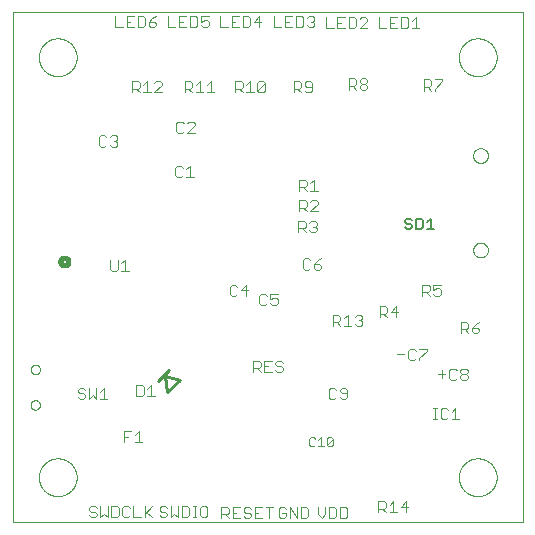
<source format=gto>
G75*
%MOIN*%
%OFA0B0*%
%FSLAX25Y25*%
%IPPOS*%
%LPD*%
%AMOC8*
5,1,8,0,0,1.08239X$1,22.5*
%
%ADD10C,0.00000*%
%ADD11C,0.00300*%
%ADD12C,0.01600*%
%ADD13C,0.01000*%
%ADD14C,0.00400*%
%ADD15C,0.00700*%
D10*
X0015500Y0006435D02*
X0015500Y0176435D01*
X0185500Y0176435D01*
X0185500Y0006435D01*
X0015500Y0006435D01*
X0024201Y0021435D02*
X0024203Y0021593D01*
X0024209Y0021751D01*
X0024219Y0021909D01*
X0024233Y0022067D01*
X0024251Y0022224D01*
X0024272Y0022381D01*
X0024298Y0022537D01*
X0024328Y0022693D01*
X0024361Y0022848D01*
X0024399Y0023001D01*
X0024440Y0023154D01*
X0024485Y0023306D01*
X0024534Y0023457D01*
X0024587Y0023606D01*
X0024643Y0023754D01*
X0024703Y0023900D01*
X0024767Y0024045D01*
X0024835Y0024188D01*
X0024906Y0024330D01*
X0024980Y0024470D01*
X0025058Y0024607D01*
X0025140Y0024743D01*
X0025224Y0024877D01*
X0025313Y0025008D01*
X0025404Y0025137D01*
X0025499Y0025264D01*
X0025596Y0025389D01*
X0025697Y0025511D01*
X0025801Y0025630D01*
X0025908Y0025747D01*
X0026018Y0025861D01*
X0026131Y0025972D01*
X0026246Y0026081D01*
X0026364Y0026186D01*
X0026485Y0026288D01*
X0026608Y0026388D01*
X0026734Y0026484D01*
X0026862Y0026577D01*
X0026992Y0026667D01*
X0027125Y0026753D01*
X0027260Y0026837D01*
X0027396Y0026916D01*
X0027535Y0026993D01*
X0027676Y0027065D01*
X0027818Y0027135D01*
X0027962Y0027200D01*
X0028108Y0027262D01*
X0028255Y0027320D01*
X0028404Y0027375D01*
X0028554Y0027426D01*
X0028705Y0027473D01*
X0028857Y0027516D01*
X0029010Y0027555D01*
X0029165Y0027591D01*
X0029320Y0027622D01*
X0029476Y0027650D01*
X0029632Y0027674D01*
X0029789Y0027694D01*
X0029947Y0027710D01*
X0030104Y0027722D01*
X0030263Y0027730D01*
X0030421Y0027734D01*
X0030579Y0027734D01*
X0030737Y0027730D01*
X0030896Y0027722D01*
X0031053Y0027710D01*
X0031211Y0027694D01*
X0031368Y0027674D01*
X0031524Y0027650D01*
X0031680Y0027622D01*
X0031835Y0027591D01*
X0031990Y0027555D01*
X0032143Y0027516D01*
X0032295Y0027473D01*
X0032446Y0027426D01*
X0032596Y0027375D01*
X0032745Y0027320D01*
X0032892Y0027262D01*
X0033038Y0027200D01*
X0033182Y0027135D01*
X0033324Y0027065D01*
X0033465Y0026993D01*
X0033604Y0026916D01*
X0033740Y0026837D01*
X0033875Y0026753D01*
X0034008Y0026667D01*
X0034138Y0026577D01*
X0034266Y0026484D01*
X0034392Y0026388D01*
X0034515Y0026288D01*
X0034636Y0026186D01*
X0034754Y0026081D01*
X0034869Y0025972D01*
X0034982Y0025861D01*
X0035092Y0025747D01*
X0035199Y0025630D01*
X0035303Y0025511D01*
X0035404Y0025389D01*
X0035501Y0025264D01*
X0035596Y0025137D01*
X0035687Y0025008D01*
X0035776Y0024877D01*
X0035860Y0024743D01*
X0035942Y0024607D01*
X0036020Y0024470D01*
X0036094Y0024330D01*
X0036165Y0024188D01*
X0036233Y0024045D01*
X0036297Y0023900D01*
X0036357Y0023754D01*
X0036413Y0023606D01*
X0036466Y0023457D01*
X0036515Y0023306D01*
X0036560Y0023154D01*
X0036601Y0023001D01*
X0036639Y0022848D01*
X0036672Y0022693D01*
X0036702Y0022537D01*
X0036728Y0022381D01*
X0036749Y0022224D01*
X0036767Y0022067D01*
X0036781Y0021909D01*
X0036791Y0021751D01*
X0036797Y0021593D01*
X0036799Y0021435D01*
X0036797Y0021277D01*
X0036791Y0021119D01*
X0036781Y0020961D01*
X0036767Y0020803D01*
X0036749Y0020646D01*
X0036728Y0020489D01*
X0036702Y0020333D01*
X0036672Y0020177D01*
X0036639Y0020022D01*
X0036601Y0019869D01*
X0036560Y0019716D01*
X0036515Y0019564D01*
X0036466Y0019413D01*
X0036413Y0019264D01*
X0036357Y0019116D01*
X0036297Y0018970D01*
X0036233Y0018825D01*
X0036165Y0018682D01*
X0036094Y0018540D01*
X0036020Y0018400D01*
X0035942Y0018263D01*
X0035860Y0018127D01*
X0035776Y0017993D01*
X0035687Y0017862D01*
X0035596Y0017733D01*
X0035501Y0017606D01*
X0035404Y0017481D01*
X0035303Y0017359D01*
X0035199Y0017240D01*
X0035092Y0017123D01*
X0034982Y0017009D01*
X0034869Y0016898D01*
X0034754Y0016789D01*
X0034636Y0016684D01*
X0034515Y0016582D01*
X0034392Y0016482D01*
X0034266Y0016386D01*
X0034138Y0016293D01*
X0034008Y0016203D01*
X0033875Y0016117D01*
X0033740Y0016033D01*
X0033604Y0015954D01*
X0033465Y0015877D01*
X0033324Y0015805D01*
X0033182Y0015735D01*
X0033038Y0015670D01*
X0032892Y0015608D01*
X0032745Y0015550D01*
X0032596Y0015495D01*
X0032446Y0015444D01*
X0032295Y0015397D01*
X0032143Y0015354D01*
X0031990Y0015315D01*
X0031835Y0015279D01*
X0031680Y0015248D01*
X0031524Y0015220D01*
X0031368Y0015196D01*
X0031211Y0015176D01*
X0031053Y0015160D01*
X0030896Y0015148D01*
X0030737Y0015140D01*
X0030579Y0015136D01*
X0030421Y0015136D01*
X0030263Y0015140D01*
X0030104Y0015148D01*
X0029947Y0015160D01*
X0029789Y0015176D01*
X0029632Y0015196D01*
X0029476Y0015220D01*
X0029320Y0015248D01*
X0029165Y0015279D01*
X0029010Y0015315D01*
X0028857Y0015354D01*
X0028705Y0015397D01*
X0028554Y0015444D01*
X0028404Y0015495D01*
X0028255Y0015550D01*
X0028108Y0015608D01*
X0027962Y0015670D01*
X0027818Y0015735D01*
X0027676Y0015805D01*
X0027535Y0015877D01*
X0027396Y0015954D01*
X0027260Y0016033D01*
X0027125Y0016117D01*
X0026992Y0016203D01*
X0026862Y0016293D01*
X0026734Y0016386D01*
X0026608Y0016482D01*
X0026485Y0016582D01*
X0026364Y0016684D01*
X0026246Y0016789D01*
X0026131Y0016898D01*
X0026018Y0017009D01*
X0025908Y0017123D01*
X0025801Y0017240D01*
X0025697Y0017359D01*
X0025596Y0017481D01*
X0025499Y0017606D01*
X0025404Y0017733D01*
X0025313Y0017862D01*
X0025224Y0017993D01*
X0025140Y0018127D01*
X0025058Y0018263D01*
X0024980Y0018400D01*
X0024906Y0018540D01*
X0024835Y0018682D01*
X0024767Y0018825D01*
X0024703Y0018970D01*
X0024643Y0019116D01*
X0024587Y0019264D01*
X0024534Y0019413D01*
X0024485Y0019564D01*
X0024440Y0019716D01*
X0024399Y0019869D01*
X0024361Y0020022D01*
X0024328Y0020177D01*
X0024298Y0020333D01*
X0024272Y0020489D01*
X0024251Y0020646D01*
X0024233Y0020803D01*
X0024219Y0020961D01*
X0024209Y0021119D01*
X0024203Y0021277D01*
X0024201Y0021435D01*
X0024203Y0021593D01*
X0024209Y0021751D01*
X0024219Y0021909D01*
X0024233Y0022067D01*
X0024251Y0022224D01*
X0024272Y0022381D01*
X0024298Y0022537D01*
X0024328Y0022693D01*
X0024361Y0022848D01*
X0024399Y0023001D01*
X0024440Y0023154D01*
X0024485Y0023306D01*
X0024534Y0023457D01*
X0024587Y0023606D01*
X0024643Y0023754D01*
X0024703Y0023900D01*
X0024767Y0024045D01*
X0024835Y0024188D01*
X0024906Y0024330D01*
X0024980Y0024470D01*
X0025058Y0024607D01*
X0025140Y0024743D01*
X0025224Y0024877D01*
X0025313Y0025008D01*
X0025404Y0025137D01*
X0025499Y0025264D01*
X0025596Y0025389D01*
X0025697Y0025511D01*
X0025801Y0025630D01*
X0025908Y0025747D01*
X0026018Y0025861D01*
X0026131Y0025972D01*
X0026246Y0026081D01*
X0026364Y0026186D01*
X0026485Y0026288D01*
X0026608Y0026388D01*
X0026734Y0026484D01*
X0026862Y0026577D01*
X0026992Y0026667D01*
X0027125Y0026753D01*
X0027260Y0026837D01*
X0027396Y0026916D01*
X0027535Y0026993D01*
X0027676Y0027065D01*
X0027818Y0027135D01*
X0027962Y0027200D01*
X0028108Y0027262D01*
X0028255Y0027320D01*
X0028404Y0027375D01*
X0028554Y0027426D01*
X0028705Y0027473D01*
X0028857Y0027516D01*
X0029010Y0027555D01*
X0029165Y0027591D01*
X0029320Y0027622D01*
X0029476Y0027650D01*
X0029632Y0027674D01*
X0029789Y0027694D01*
X0029947Y0027710D01*
X0030104Y0027722D01*
X0030263Y0027730D01*
X0030421Y0027734D01*
X0030579Y0027734D01*
X0030737Y0027730D01*
X0030896Y0027722D01*
X0031053Y0027710D01*
X0031211Y0027694D01*
X0031368Y0027674D01*
X0031524Y0027650D01*
X0031680Y0027622D01*
X0031835Y0027591D01*
X0031990Y0027555D01*
X0032143Y0027516D01*
X0032295Y0027473D01*
X0032446Y0027426D01*
X0032596Y0027375D01*
X0032745Y0027320D01*
X0032892Y0027262D01*
X0033038Y0027200D01*
X0033182Y0027135D01*
X0033324Y0027065D01*
X0033465Y0026993D01*
X0033604Y0026916D01*
X0033740Y0026837D01*
X0033875Y0026753D01*
X0034008Y0026667D01*
X0034138Y0026577D01*
X0034266Y0026484D01*
X0034392Y0026388D01*
X0034515Y0026288D01*
X0034636Y0026186D01*
X0034754Y0026081D01*
X0034869Y0025972D01*
X0034982Y0025861D01*
X0035092Y0025747D01*
X0035199Y0025630D01*
X0035303Y0025511D01*
X0035404Y0025389D01*
X0035501Y0025264D01*
X0035596Y0025137D01*
X0035687Y0025008D01*
X0035776Y0024877D01*
X0035860Y0024743D01*
X0035942Y0024607D01*
X0036020Y0024470D01*
X0036094Y0024330D01*
X0036165Y0024188D01*
X0036233Y0024045D01*
X0036297Y0023900D01*
X0036357Y0023754D01*
X0036413Y0023606D01*
X0036466Y0023457D01*
X0036515Y0023306D01*
X0036560Y0023154D01*
X0036601Y0023001D01*
X0036639Y0022848D01*
X0036672Y0022693D01*
X0036702Y0022537D01*
X0036728Y0022381D01*
X0036749Y0022224D01*
X0036767Y0022067D01*
X0036781Y0021909D01*
X0036791Y0021751D01*
X0036797Y0021593D01*
X0036799Y0021435D01*
X0036797Y0021277D01*
X0036791Y0021119D01*
X0036781Y0020961D01*
X0036767Y0020803D01*
X0036749Y0020646D01*
X0036728Y0020489D01*
X0036702Y0020333D01*
X0036672Y0020177D01*
X0036639Y0020022D01*
X0036601Y0019869D01*
X0036560Y0019716D01*
X0036515Y0019564D01*
X0036466Y0019413D01*
X0036413Y0019264D01*
X0036357Y0019116D01*
X0036297Y0018970D01*
X0036233Y0018825D01*
X0036165Y0018682D01*
X0036094Y0018540D01*
X0036020Y0018400D01*
X0035942Y0018263D01*
X0035860Y0018127D01*
X0035776Y0017993D01*
X0035687Y0017862D01*
X0035596Y0017733D01*
X0035501Y0017606D01*
X0035404Y0017481D01*
X0035303Y0017359D01*
X0035199Y0017240D01*
X0035092Y0017123D01*
X0034982Y0017009D01*
X0034869Y0016898D01*
X0034754Y0016789D01*
X0034636Y0016684D01*
X0034515Y0016582D01*
X0034392Y0016482D01*
X0034266Y0016386D01*
X0034138Y0016293D01*
X0034008Y0016203D01*
X0033875Y0016117D01*
X0033740Y0016033D01*
X0033604Y0015954D01*
X0033465Y0015877D01*
X0033324Y0015805D01*
X0033182Y0015735D01*
X0033038Y0015670D01*
X0032892Y0015608D01*
X0032745Y0015550D01*
X0032596Y0015495D01*
X0032446Y0015444D01*
X0032295Y0015397D01*
X0032143Y0015354D01*
X0031990Y0015315D01*
X0031835Y0015279D01*
X0031680Y0015248D01*
X0031524Y0015220D01*
X0031368Y0015196D01*
X0031211Y0015176D01*
X0031053Y0015160D01*
X0030896Y0015148D01*
X0030737Y0015140D01*
X0030579Y0015136D01*
X0030421Y0015136D01*
X0030263Y0015140D01*
X0030104Y0015148D01*
X0029947Y0015160D01*
X0029789Y0015176D01*
X0029632Y0015196D01*
X0029476Y0015220D01*
X0029320Y0015248D01*
X0029165Y0015279D01*
X0029010Y0015315D01*
X0028857Y0015354D01*
X0028705Y0015397D01*
X0028554Y0015444D01*
X0028404Y0015495D01*
X0028255Y0015550D01*
X0028108Y0015608D01*
X0027962Y0015670D01*
X0027818Y0015735D01*
X0027676Y0015805D01*
X0027535Y0015877D01*
X0027396Y0015954D01*
X0027260Y0016033D01*
X0027125Y0016117D01*
X0026992Y0016203D01*
X0026862Y0016293D01*
X0026734Y0016386D01*
X0026608Y0016482D01*
X0026485Y0016582D01*
X0026364Y0016684D01*
X0026246Y0016789D01*
X0026131Y0016898D01*
X0026018Y0017009D01*
X0025908Y0017123D01*
X0025801Y0017240D01*
X0025697Y0017359D01*
X0025596Y0017481D01*
X0025499Y0017606D01*
X0025404Y0017733D01*
X0025313Y0017862D01*
X0025224Y0017993D01*
X0025140Y0018127D01*
X0025058Y0018263D01*
X0024980Y0018400D01*
X0024906Y0018540D01*
X0024835Y0018682D01*
X0024767Y0018825D01*
X0024703Y0018970D01*
X0024643Y0019116D01*
X0024587Y0019264D01*
X0024534Y0019413D01*
X0024485Y0019564D01*
X0024440Y0019716D01*
X0024399Y0019869D01*
X0024361Y0020022D01*
X0024328Y0020177D01*
X0024298Y0020333D01*
X0024272Y0020489D01*
X0024251Y0020646D01*
X0024233Y0020803D01*
X0024219Y0020961D01*
X0024209Y0021119D01*
X0024203Y0021277D01*
X0024201Y0021435D01*
X0021425Y0045529D02*
X0021427Y0045608D01*
X0021433Y0045687D01*
X0021443Y0045766D01*
X0021457Y0045844D01*
X0021474Y0045921D01*
X0021496Y0045997D01*
X0021521Y0046072D01*
X0021551Y0046145D01*
X0021583Y0046217D01*
X0021620Y0046288D01*
X0021660Y0046356D01*
X0021703Y0046422D01*
X0021749Y0046486D01*
X0021799Y0046548D01*
X0021852Y0046607D01*
X0021907Y0046663D01*
X0021966Y0046717D01*
X0022027Y0046767D01*
X0022090Y0046815D01*
X0022156Y0046859D01*
X0022224Y0046900D01*
X0022294Y0046937D01*
X0022365Y0046971D01*
X0022439Y0047001D01*
X0022513Y0047027D01*
X0022589Y0047049D01*
X0022666Y0047068D01*
X0022744Y0047083D01*
X0022822Y0047094D01*
X0022901Y0047101D01*
X0022980Y0047104D01*
X0023059Y0047103D01*
X0023138Y0047098D01*
X0023217Y0047089D01*
X0023295Y0047076D01*
X0023372Y0047059D01*
X0023449Y0047039D01*
X0023524Y0047014D01*
X0023598Y0046986D01*
X0023671Y0046954D01*
X0023741Y0046919D01*
X0023810Y0046880D01*
X0023877Y0046837D01*
X0023942Y0046791D01*
X0024004Y0046743D01*
X0024064Y0046691D01*
X0024121Y0046636D01*
X0024175Y0046578D01*
X0024226Y0046518D01*
X0024274Y0046455D01*
X0024319Y0046390D01*
X0024361Y0046322D01*
X0024399Y0046253D01*
X0024433Y0046182D01*
X0024464Y0046109D01*
X0024492Y0046034D01*
X0024515Y0045959D01*
X0024535Y0045882D01*
X0024551Y0045805D01*
X0024563Y0045726D01*
X0024571Y0045648D01*
X0024575Y0045569D01*
X0024575Y0045489D01*
X0024571Y0045410D01*
X0024563Y0045332D01*
X0024551Y0045253D01*
X0024535Y0045176D01*
X0024515Y0045099D01*
X0024492Y0045024D01*
X0024464Y0044949D01*
X0024433Y0044876D01*
X0024399Y0044805D01*
X0024361Y0044736D01*
X0024319Y0044668D01*
X0024274Y0044603D01*
X0024226Y0044540D01*
X0024175Y0044480D01*
X0024121Y0044422D01*
X0024064Y0044367D01*
X0024004Y0044315D01*
X0023942Y0044267D01*
X0023877Y0044221D01*
X0023810Y0044178D01*
X0023741Y0044139D01*
X0023671Y0044104D01*
X0023598Y0044072D01*
X0023524Y0044044D01*
X0023449Y0044019D01*
X0023372Y0043999D01*
X0023295Y0043982D01*
X0023217Y0043969D01*
X0023138Y0043960D01*
X0023059Y0043955D01*
X0022980Y0043954D01*
X0022901Y0043957D01*
X0022822Y0043964D01*
X0022744Y0043975D01*
X0022666Y0043990D01*
X0022589Y0044009D01*
X0022513Y0044031D01*
X0022439Y0044057D01*
X0022365Y0044087D01*
X0022294Y0044121D01*
X0022224Y0044158D01*
X0022156Y0044199D01*
X0022090Y0044243D01*
X0022027Y0044291D01*
X0021966Y0044341D01*
X0021907Y0044395D01*
X0021852Y0044451D01*
X0021799Y0044510D01*
X0021749Y0044572D01*
X0021703Y0044636D01*
X0021660Y0044702D01*
X0021620Y0044770D01*
X0021583Y0044841D01*
X0021551Y0044913D01*
X0021521Y0044986D01*
X0021496Y0045061D01*
X0021474Y0045137D01*
X0021457Y0045214D01*
X0021443Y0045292D01*
X0021433Y0045371D01*
X0021427Y0045450D01*
X0021425Y0045529D01*
X0021425Y0057340D02*
X0021427Y0057419D01*
X0021433Y0057498D01*
X0021443Y0057577D01*
X0021457Y0057655D01*
X0021474Y0057732D01*
X0021496Y0057808D01*
X0021521Y0057883D01*
X0021551Y0057956D01*
X0021583Y0058028D01*
X0021620Y0058099D01*
X0021660Y0058167D01*
X0021703Y0058233D01*
X0021749Y0058297D01*
X0021799Y0058359D01*
X0021852Y0058418D01*
X0021907Y0058474D01*
X0021966Y0058528D01*
X0022027Y0058578D01*
X0022090Y0058626D01*
X0022156Y0058670D01*
X0022224Y0058711D01*
X0022294Y0058748D01*
X0022365Y0058782D01*
X0022439Y0058812D01*
X0022513Y0058838D01*
X0022589Y0058860D01*
X0022666Y0058879D01*
X0022744Y0058894D01*
X0022822Y0058905D01*
X0022901Y0058912D01*
X0022980Y0058915D01*
X0023059Y0058914D01*
X0023138Y0058909D01*
X0023217Y0058900D01*
X0023295Y0058887D01*
X0023372Y0058870D01*
X0023449Y0058850D01*
X0023524Y0058825D01*
X0023598Y0058797D01*
X0023671Y0058765D01*
X0023741Y0058730D01*
X0023810Y0058691D01*
X0023877Y0058648D01*
X0023942Y0058602D01*
X0024004Y0058554D01*
X0024064Y0058502D01*
X0024121Y0058447D01*
X0024175Y0058389D01*
X0024226Y0058329D01*
X0024274Y0058266D01*
X0024319Y0058201D01*
X0024361Y0058133D01*
X0024399Y0058064D01*
X0024433Y0057993D01*
X0024464Y0057920D01*
X0024492Y0057845D01*
X0024515Y0057770D01*
X0024535Y0057693D01*
X0024551Y0057616D01*
X0024563Y0057537D01*
X0024571Y0057459D01*
X0024575Y0057380D01*
X0024575Y0057300D01*
X0024571Y0057221D01*
X0024563Y0057143D01*
X0024551Y0057064D01*
X0024535Y0056987D01*
X0024515Y0056910D01*
X0024492Y0056835D01*
X0024464Y0056760D01*
X0024433Y0056687D01*
X0024399Y0056616D01*
X0024361Y0056547D01*
X0024319Y0056479D01*
X0024274Y0056414D01*
X0024226Y0056351D01*
X0024175Y0056291D01*
X0024121Y0056233D01*
X0024064Y0056178D01*
X0024004Y0056126D01*
X0023942Y0056078D01*
X0023877Y0056032D01*
X0023810Y0055989D01*
X0023741Y0055950D01*
X0023671Y0055915D01*
X0023598Y0055883D01*
X0023524Y0055855D01*
X0023449Y0055830D01*
X0023372Y0055810D01*
X0023295Y0055793D01*
X0023217Y0055780D01*
X0023138Y0055771D01*
X0023059Y0055766D01*
X0022980Y0055765D01*
X0022901Y0055768D01*
X0022822Y0055775D01*
X0022744Y0055786D01*
X0022666Y0055801D01*
X0022589Y0055820D01*
X0022513Y0055842D01*
X0022439Y0055868D01*
X0022365Y0055898D01*
X0022294Y0055932D01*
X0022224Y0055969D01*
X0022156Y0056010D01*
X0022090Y0056054D01*
X0022027Y0056102D01*
X0021966Y0056152D01*
X0021907Y0056206D01*
X0021852Y0056262D01*
X0021799Y0056321D01*
X0021749Y0056383D01*
X0021703Y0056447D01*
X0021660Y0056513D01*
X0021620Y0056581D01*
X0021583Y0056652D01*
X0021551Y0056724D01*
X0021521Y0056797D01*
X0021496Y0056872D01*
X0021474Y0056948D01*
X0021457Y0057025D01*
X0021443Y0057103D01*
X0021433Y0057182D01*
X0021427Y0057261D01*
X0021425Y0057340D01*
X0024201Y0161435D02*
X0024203Y0161593D01*
X0024209Y0161751D01*
X0024219Y0161909D01*
X0024233Y0162067D01*
X0024251Y0162224D01*
X0024272Y0162381D01*
X0024298Y0162537D01*
X0024328Y0162693D01*
X0024361Y0162848D01*
X0024399Y0163001D01*
X0024440Y0163154D01*
X0024485Y0163306D01*
X0024534Y0163457D01*
X0024587Y0163606D01*
X0024643Y0163754D01*
X0024703Y0163900D01*
X0024767Y0164045D01*
X0024835Y0164188D01*
X0024906Y0164330D01*
X0024980Y0164470D01*
X0025058Y0164607D01*
X0025140Y0164743D01*
X0025224Y0164877D01*
X0025313Y0165008D01*
X0025404Y0165137D01*
X0025499Y0165264D01*
X0025596Y0165389D01*
X0025697Y0165511D01*
X0025801Y0165630D01*
X0025908Y0165747D01*
X0026018Y0165861D01*
X0026131Y0165972D01*
X0026246Y0166081D01*
X0026364Y0166186D01*
X0026485Y0166288D01*
X0026608Y0166388D01*
X0026734Y0166484D01*
X0026862Y0166577D01*
X0026992Y0166667D01*
X0027125Y0166753D01*
X0027260Y0166837D01*
X0027396Y0166916D01*
X0027535Y0166993D01*
X0027676Y0167065D01*
X0027818Y0167135D01*
X0027962Y0167200D01*
X0028108Y0167262D01*
X0028255Y0167320D01*
X0028404Y0167375D01*
X0028554Y0167426D01*
X0028705Y0167473D01*
X0028857Y0167516D01*
X0029010Y0167555D01*
X0029165Y0167591D01*
X0029320Y0167622D01*
X0029476Y0167650D01*
X0029632Y0167674D01*
X0029789Y0167694D01*
X0029947Y0167710D01*
X0030104Y0167722D01*
X0030263Y0167730D01*
X0030421Y0167734D01*
X0030579Y0167734D01*
X0030737Y0167730D01*
X0030896Y0167722D01*
X0031053Y0167710D01*
X0031211Y0167694D01*
X0031368Y0167674D01*
X0031524Y0167650D01*
X0031680Y0167622D01*
X0031835Y0167591D01*
X0031990Y0167555D01*
X0032143Y0167516D01*
X0032295Y0167473D01*
X0032446Y0167426D01*
X0032596Y0167375D01*
X0032745Y0167320D01*
X0032892Y0167262D01*
X0033038Y0167200D01*
X0033182Y0167135D01*
X0033324Y0167065D01*
X0033465Y0166993D01*
X0033604Y0166916D01*
X0033740Y0166837D01*
X0033875Y0166753D01*
X0034008Y0166667D01*
X0034138Y0166577D01*
X0034266Y0166484D01*
X0034392Y0166388D01*
X0034515Y0166288D01*
X0034636Y0166186D01*
X0034754Y0166081D01*
X0034869Y0165972D01*
X0034982Y0165861D01*
X0035092Y0165747D01*
X0035199Y0165630D01*
X0035303Y0165511D01*
X0035404Y0165389D01*
X0035501Y0165264D01*
X0035596Y0165137D01*
X0035687Y0165008D01*
X0035776Y0164877D01*
X0035860Y0164743D01*
X0035942Y0164607D01*
X0036020Y0164470D01*
X0036094Y0164330D01*
X0036165Y0164188D01*
X0036233Y0164045D01*
X0036297Y0163900D01*
X0036357Y0163754D01*
X0036413Y0163606D01*
X0036466Y0163457D01*
X0036515Y0163306D01*
X0036560Y0163154D01*
X0036601Y0163001D01*
X0036639Y0162848D01*
X0036672Y0162693D01*
X0036702Y0162537D01*
X0036728Y0162381D01*
X0036749Y0162224D01*
X0036767Y0162067D01*
X0036781Y0161909D01*
X0036791Y0161751D01*
X0036797Y0161593D01*
X0036799Y0161435D01*
X0036797Y0161277D01*
X0036791Y0161119D01*
X0036781Y0160961D01*
X0036767Y0160803D01*
X0036749Y0160646D01*
X0036728Y0160489D01*
X0036702Y0160333D01*
X0036672Y0160177D01*
X0036639Y0160022D01*
X0036601Y0159869D01*
X0036560Y0159716D01*
X0036515Y0159564D01*
X0036466Y0159413D01*
X0036413Y0159264D01*
X0036357Y0159116D01*
X0036297Y0158970D01*
X0036233Y0158825D01*
X0036165Y0158682D01*
X0036094Y0158540D01*
X0036020Y0158400D01*
X0035942Y0158263D01*
X0035860Y0158127D01*
X0035776Y0157993D01*
X0035687Y0157862D01*
X0035596Y0157733D01*
X0035501Y0157606D01*
X0035404Y0157481D01*
X0035303Y0157359D01*
X0035199Y0157240D01*
X0035092Y0157123D01*
X0034982Y0157009D01*
X0034869Y0156898D01*
X0034754Y0156789D01*
X0034636Y0156684D01*
X0034515Y0156582D01*
X0034392Y0156482D01*
X0034266Y0156386D01*
X0034138Y0156293D01*
X0034008Y0156203D01*
X0033875Y0156117D01*
X0033740Y0156033D01*
X0033604Y0155954D01*
X0033465Y0155877D01*
X0033324Y0155805D01*
X0033182Y0155735D01*
X0033038Y0155670D01*
X0032892Y0155608D01*
X0032745Y0155550D01*
X0032596Y0155495D01*
X0032446Y0155444D01*
X0032295Y0155397D01*
X0032143Y0155354D01*
X0031990Y0155315D01*
X0031835Y0155279D01*
X0031680Y0155248D01*
X0031524Y0155220D01*
X0031368Y0155196D01*
X0031211Y0155176D01*
X0031053Y0155160D01*
X0030896Y0155148D01*
X0030737Y0155140D01*
X0030579Y0155136D01*
X0030421Y0155136D01*
X0030263Y0155140D01*
X0030104Y0155148D01*
X0029947Y0155160D01*
X0029789Y0155176D01*
X0029632Y0155196D01*
X0029476Y0155220D01*
X0029320Y0155248D01*
X0029165Y0155279D01*
X0029010Y0155315D01*
X0028857Y0155354D01*
X0028705Y0155397D01*
X0028554Y0155444D01*
X0028404Y0155495D01*
X0028255Y0155550D01*
X0028108Y0155608D01*
X0027962Y0155670D01*
X0027818Y0155735D01*
X0027676Y0155805D01*
X0027535Y0155877D01*
X0027396Y0155954D01*
X0027260Y0156033D01*
X0027125Y0156117D01*
X0026992Y0156203D01*
X0026862Y0156293D01*
X0026734Y0156386D01*
X0026608Y0156482D01*
X0026485Y0156582D01*
X0026364Y0156684D01*
X0026246Y0156789D01*
X0026131Y0156898D01*
X0026018Y0157009D01*
X0025908Y0157123D01*
X0025801Y0157240D01*
X0025697Y0157359D01*
X0025596Y0157481D01*
X0025499Y0157606D01*
X0025404Y0157733D01*
X0025313Y0157862D01*
X0025224Y0157993D01*
X0025140Y0158127D01*
X0025058Y0158263D01*
X0024980Y0158400D01*
X0024906Y0158540D01*
X0024835Y0158682D01*
X0024767Y0158825D01*
X0024703Y0158970D01*
X0024643Y0159116D01*
X0024587Y0159264D01*
X0024534Y0159413D01*
X0024485Y0159564D01*
X0024440Y0159716D01*
X0024399Y0159869D01*
X0024361Y0160022D01*
X0024328Y0160177D01*
X0024298Y0160333D01*
X0024272Y0160489D01*
X0024251Y0160646D01*
X0024233Y0160803D01*
X0024219Y0160961D01*
X0024209Y0161119D01*
X0024203Y0161277D01*
X0024201Y0161435D01*
X0164201Y0161435D02*
X0164203Y0161593D01*
X0164209Y0161751D01*
X0164219Y0161909D01*
X0164233Y0162067D01*
X0164251Y0162224D01*
X0164272Y0162381D01*
X0164298Y0162537D01*
X0164328Y0162693D01*
X0164361Y0162848D01*
X0164399Y0163001D01*
X0164440Y0163154D01*
X0164485Y0163306D01*
X0164534Y0163457D01*
X0164587Y0163606D01*
X0164643Y0163754D01*
X0164703Y0163900D01*
X0164767Y0164045D01*
X0164835Y0164188D01*
X0164906Y0164330D01*
X0164980Y0164470D01*
X0165058Y0164607D01*
X0165140Y0164743D01*
X0165224Y0164877D01*
X0165313Y0165008D01*
X0165404Y0165137D01*
X0165499Y0165264D01*
X0165596Y0165389D01*
X0165697Y0165511D01*
X0165801Y0165630D01*
X0165908Y0165747D01*
X0166018Y0165861D01*
X0166131Y0165972D01*
X0166246Y0166081D01*
X0166364Y0166186D01*
X0166485Y0166288D01*
X0166608Y0166388D01*
X0166734Y0166484D01*
X0166862Y0166577D01*
X0166992Y0166667D01*
X0167125Y0166753D01*
X0167260Y0166837D01*
X0167396Y0166916D01*
X0167535Y0166993D01*
X0167676Y0167065D01*
X0167818Y0167135D01*
X0167962Y0167200D01*
X0168108Y0167262D01*
X0168255Y0167320D01*
X0168404Y0167375D01*
X0168554Y0167426D01*
X0168705Y0167473D01*
X0168857Y0167516D01*
X0169010Y0167555D01*
X0169165Y0167591D01*
X0169320Y0167622D01*
X0169476Y0167650D01*
X0169632Y0167674D01*
X0169789Y0167694D01*
X0169947Y0167710D01*
X0170104Y0167722D01*
X0170263Y0167730D01*
X0170421Y0167734D01*
X0170579Y0167734D01*
X0170737Y0167730D01*
X0170896Y0167722D01*
X0171053Y0167710D01*
X0171211Y0167694D01*
X0171368Y0167674D01*
X0171524Y0167650D01*
X0171680Y0167622D01*
X0171835Y0167591D01*
X0171990Y0167555D01*
X0172143Y0167516D01*
X0172295Y0167473D01*
X0172446Y0167426D01*
X0172596Y0167375D01*
X0172745Y0167320D01*
X0172892Y0167262D01*
X0173038Y0167200D01*
X0173182Y0167135D01*
X0173324Y0167065D01*
X0173465Y0166993D01*
X0173604Y0166916D01*
X0173740Y0166837D01*
X0173875Y0166753D01*
X0174008Y0166667D01*
X0174138Y0166577D01*
X0174266Y0166484D01*
X0174392Y0166388D01*
X0174515Y0166288D01*
X0174636Y0166186D01*
X0174754Y0166081D01*
X0174869Y0165972D01*
X0174982Y0165861D01*
X0175092Y0165747D01*
X0175199Y0165630D01*
X0175303Y0165511D01*
X0175404Y0165389D01*
X0175501Y0165264D01*
X0175596Y0165137D01*
X0175687Y0165008D01*
X0175776Y0164877D01*
X0175860Y0164743D01*
X0175942Y0164607D01*
X0176020Y0164470D01*
X0176094Y0164330D01*
X0176165Y0164188D01*
X0176233Y0164045D01*
X0176297Y0163900D01*
X0176357Y0163754D01*
X0176413Y0163606D01*
X0176466Y0163457D01*
X0176515Y0163306D01*
X0176560Y0163154D01*
X0176601Y0163001D01*
X0176639Y0162848D01*
X0176672Y0162693D01*
X0176702Y0162537D01*
X0176728Y0162381D01*
X0176749Y0162224D01*
X0176767Y0162067D01*
X0176781Y0161909D01*
X0176791Y0161751D01*
X0176797Y0161593D01*
X0176799Y0161435D01*
X0176797Y0161277D01*
X0176791Y0161119D01*
X0176781Y0160961D01*
X0176767Y0160803D01*
X0176749Y0160646D01*
X0176728Y0160489D01*
X0176702Y0160333D01*
X0176672Y0160177D01*
X0176639Y0160022D01*
X0176601Y0159869D01*
X0176560Y0159716D01*
X0176515Y0159564D01*
X0176466Y0159413D01*
X0176413Y0159264D01*
X0176357Y0159116D01*
X0176297Y0158970D01*
X0176233Y0158825D01*
X0176165Y0158682D01*
X0176094Y0158540D01*
X0176020Y0158400D01*
X0175942Y0158263D01*
X0175860Y0158127D01*
X0175776Y0157993D01*
X0175687Y0157862D01*
X0175596Y0157733D01*
X0175501Y0157606D01*
X0175404Y0157481D01*
X0175303Y0157359D01*
X0175199Y0157240D01*
X0175092Y0157123D01*
X0174982Y0157009D01*
X0174869Y0156898D01*
X0174754Y0156789D01*
X0174636Y0156684D01*
X0174515Y0156582D01*
X0174392Y0156482D01*
X0174266Y0156386D01*
X0174138Y0156293D01*
X0174008Y0156203D01*
X0173875Y0156117D01*
X0173740Y0156033D01*
X0173604Y0155954D01*
X0173465Y0155877D01*
X0173324Y0155805D01*
X0173182Y0155735D01*
X0173038Y0155670D01*
X0172892Y0155608D01*
X0172745Y0155550D01*
X0172596Y0155495D01*
X0172446Y0155444D01*
X0172295Y0155397D01*
X0172143Y0155354D01*
X0171990Y0155315D01*
X0171835Y0155279D01*
X0171680Y0155248D01*
X0171524Y0155220D01*
X0171368Y0155196D01*
X0171211Y0155176D01*
X0171053Y0155160D01*
X0170896Y0155148D01*
X0170737Y0155140D01*
X0170579Y0155136D01*
X0170421Y0155136D01*
X0170263Y0155140D01*
X0170104Y0155148D01*
X0169947Y0155160D01*
X0169789Y0155176D01*
X0169632Y0155196D01*
X0169476Y0155220D01*
X0169320Y0155248D01*
X0169165Y0155279D01*
X0169010Y0155315D01*
X0168857Y0155354D01*
X0168705Y0155397D01*
X0168554Y0155444D01*
X0168404Y0155495D01*
X0168255Y0155550D01*
X0168108Y0155608D01*
X0167962Y0155670D01*
X0167818Y0155735D01*
X0167676Y0155805D01*
X0167535Y0155877D01*
X0167396Y0155954D01*
X0167260Y0156033D01*
X0167125Y0156117D01*
X0166992Y0156203D01*
X0166862Y0156293D01*
X0166734Y0156386D01*
X0166608Y0156482D01*
X0166485Y0156582D01*
X0166364Y0156684D01*
X0166246Y0156789D01*
X0166131Y0156898D01*
X0166018Y0157009D01*
X0165908Y0157123D01*
X0165801Y0157240D01*
X0165697Y0157359D01*
X0165596Y0157481D01*
X0165499Y0157606D01*
X0165404Y0157733D01*
X0165313Y0157862D01*
X0165224Y0157993D01*
X0165140Y0158127D01*
X0165058Y0158263D01*
X0164980Y0158400D01*
X0164906Y0158540D01*
X0164835Y0158682D01*
X0164767Y0158825D01*
X0164703Y0158970D01*
X0164643Y0159116D01*
X0164587Y0159264D01*
X0164534Y0159413D01*
X0164485Y0159564D01*
X0164440Y0159716D01*
X0164399Y0159869D01*
X0164361Y0160022D01*
X0164328Y0160177D01*
X0164298Y0160333D01*
X0164272Y0160489D01*
X0164251Y0160646D01*
X0164233Y0160803D01*
X0164219Y0160961D01*
X0164209Y0161119D01*
X0164203Y0161277D01*
X0164201Y0161435D01*
X0168959Y0128640D02*
X0168961Y0128739D01*
X0168967Y0128838D01*
X0168977Y0128937D01*
X0168991Y0129035D01*
X0169009Y0129132D01*
X0169031Y0129229D01*
X0169056Y0129325D01*
X0169086Y0129419D01*
X0169119Y0129513D01*
X0169156Y0129605D01*
X0169197Y0129695D01*
X0169241Y0129784D01*
X0169289Y0129870D01*
X0169340Y0129955D01*
X0169395Y0130038D01*
X0169453Y0130118D01*
X0169514Y0130196D01*
X0169578Y0130272D01*
X0169645Y0130345D01*
X0169715Y0130415D01*
X0169788Y0130482D01*
X0169864Y0130546D01*
X0169942Y0130607D01*
X0170022Y0130665D01*
X0170105Y0130720D01*
X0170189Y0130771D01*
X0170276Y0130819D01*
X0170365Y0130863D01*
X0170455Y0130904D01*
X0170547Y0130941D01*
X0170641Y0130974D01*
X0170735Y0131004D01*
X0170831Y0131029D01*
X0170928Y0131051D01*
X0171025Y0131069D01*
X0171123Y0131083D01*
X0171222Y0131093D01*
X0171321Y0131099D01*
X0171420Y0131101D01*
X0171519Y0131099D01*
X0171618Y0131093D01*
X0171717Y0131083D01*
X0171815Y0131069D01*
X0171912Y0131051D01*
X0172009Y0131029D01*
X0172105Y0131004D01*
X0172199Y0130974D01*
X0172293Y0130941D01*
X0172385Y0130904D01*
X0172475Y0130863D01*
X0172564Y0130819D01*
X0172650Y0130771D01*
X0172735Y0130720D01*
X0172818Y0130665D01*
X0172898Y0130607D01*
X0172976Y0130546D01*
X0173052Y0130482D01*
X0173125Y0130415D01*
X0173195Y0130345D01*
X0173262Y0130272D01*
X0173326Y0130196D01*
X0173387Y0130118D01*
X0173445Y0130038D01*
X0173500Y0129955D01*
X0173551Y0129871D01*
X0173599Y0129784D01*
X0173643Y0129695D01*
X0173684Y0129605D01*
X0173721Y0129513D01*
X0173754Y0129419D01*
X0173784Y0129325D01*
X0173809Y0129229D01*
X0173831Y0129132D01*
X0173849Y0129035D01*
X0173863Y0128937D01*
X0173873Y0128838D01*
X0173879Y0128739D01*
X0173881Y0128640D01*
X0173879Y0128541D01*
X0173873Y0128442D01*
X0173863Y0128343D01*
X0173849Y0128245D01*
X0173831Y0128148D01*
X0173809Y0128051D01*
X0173784Y0127955D01*
X0173754Y0127861D01*
X0173721Y0127767D01*
X0173684Y0127675D01*
X0173643Y0127585D01*
X0173599Y0127496D01*
X0173551Y0127410D01*
X0173500Y0127325D01*
X0173445Y0127242D01*
X0173387Y0127162D01*
X0173326Y0127084D01*
X0173262Y0127008D01*
X0173195Y0126935D01*
X0173125Y0126865D01*
X0173052Y0126798D01*
X0172976Y0126734D01*
X0172898Y0126673D01*
X0172818Y0126615D01*
X0172735Y0126560D01*
X0172651Y0126509D01*
X0172564Y0126461D01*
X0172475Y0126417D01*
X0172385Y0126376D01*
X0172293Y0126339D01*
X0172199Y0126306D01*
X0172105Y0126276D01*
X0172009Y0126251D01*
X0171912Y0126229D01*
X0171815Y0126211D01*
X0171717Y0126197D01*
X0171618Y0126187D01*
X0171519Y0126181D01*
X0171420Y0126179D01*
X0171321Y0126181D01*
X0171222Y0126187D01*
X0171123Y0126197D01*
X0171025Y0126211D01*
X0170928Y0126229D01*
X0170831Y0126251D01*
X0170735Y0126276D01*
X0170641Y0126306D01*
X0170547Y0126339D01*
X0170455Y0126376D01*
X0170365Y0126417D01*
X0170276Y0126461D01*
X0170190Y0126509D01*
X0170105Y0126560D01*
X0170022Y0126615D01*
X0169942Y0126673D01*
X0169864Y0126734D01*
X0169788Y0126798D01*
X0169715Y0126865D01*
X0169645Y0126935D01*
X0169578Y0127008D01*
X0169514Y0127084D01*
X0169453Y0127162D01*
X0169395Y0127242D01*
X0169340Y0127325D01*
X0169289Y0127409D01*
X0169241Y0127496D01*
X0169197Y0127585D01*
X0169156Y0127675D01*
X0169119Y0127767D01*
X0169086Y0127861D01*
X0169056Y0127955D01*
X0169031Y0128051D01*
X0169009Y0128148D01*
X0168991Y0128245D01*
X0168977Y0128343D01*
X0168967Y0128442D01*
X0168961Y0128541D01*
X0168959Y0128640D01*
X0168959Y0097144D02*
X0168961Y0097243D01*
X0168967Y0097342D01*
X0168977Y0097441D01*
X0168991Y0097539D01*
X0169009Y0097636D01*
X0169031Y0097733D01*
X0169056Y0097829D01*
X0169086Y0097923D01*
X0169119Y0098017D01*
X0169156Y0098109D01*
X0169197Y0098199D01*
X0169241Y0098288D01*
X0169289Y0098374D01*
X0169340Y0098459D01*
X0169395Y0098542D01*
X0169453Y0098622D01*
X0169514Y0098700D01*
X0169578Y0098776D01*
X0169645Y0098849D01*
X0169715Y0098919D01*
X0169788Y0098986D01*
X0169864Y0099050D01*
X0169942Y0099111D01*
X0170022Y0099169D01*
X0170105Y0099224D01*
X0170189Y0099275D01*
X0170276Y0099323D01*
X0170365Y0099367D01*
X0170455Y0099408D01*
X0170547Y0099445D01*
X0170641Y0099478D01*
X0170735Y0099508D01*
X0170831Y0099533D01*
X0170928Y0099555D01*
X0171025Y0099573D01*
X0171123Y0099587D01*
X0171222Y0099597D01*
X0171321Y0099603D01*
X0171420Y0099605D01*
X0171519Y0099603D01*
X0171618Y0099597D01*
X0171717Y0099587D01*
X0171815Y0099573D01*
X0171912Y0099555D01*
X0172009Y0099533D01*
X0172105Y0099508D01*
X0172199Y0099478D01*
X0172293Y0099445D01*
X0172385Y0099408D01*
X0172475Y0099367D01*
X0172564Y0099323D01*
X0172650Y0099275D01*
X0172735Y0099224D01*
X0172818Y0099169D01*
X0172898Y0099111D01*
X0172976Y0099050D01*
X0173052Y0098986D01*
X0173125Y0098919D01*
X0173195Y0098849D01*
X0173262Y0098776D01*
X0173326Y0098700D01*
X0173387Y0098622D01*
X0173445Y0098542D01*
X0173500Y0098459D01*
X0173551Y0098375D01*
X0173599Y0098288D01*
X0173643Y0098199D01*
X0173684Y0098109D01*
X0173721Y0098017D01*
X0173754Y0097923D01*
X0173784Y0097829D01*
X0173809Y0097733D01*
X0173831Y0097636D01*
X0173849Y0097539D01*
X0173863Y0097441D01*
X0173873Y0097342D01*
X0173879Y0097243D01*
X0173881Y0097144D01*
X0173879Y0097045D01*
X0173873Y0096946D01*
X0173863Y0096847D01*
X0173849Y0096749D01*
X0173831Y0096652D01*
X0173809Y0096555D01*
X0173784Y0096459D01*
X0173754Y0096365D01*
X0173721Y0096271D01*
X0173684Y0096179D01*
X0173643Y0096089D01*
X0173599Y0096000D01*
X0173551Y0095914D01*
X0173500Y0095829D01*
X0173445Y0095746D01*
X0173387Y0095666D01*
X0173326Y0095588D01*
X0173262Y0095512D01*
X0173195Y0095439D01*
X0173125Y0095369D01*
X0173052Y0095302D01*
X0172976Y0095238D01*
X0172898Y0095177D01*
X0172818Y0095119D01*
X0172735Y0095064D01*
X0172651Y0095013D01*
X0172564Y0094965D01*
X0172475Y0094921D01*
X0172385Y0094880D01*
X0172293Y0094843D01*
X0172199Y0094810D01*
X0172105Y0094780D01*
X0172009Y0094755D01*
X0171912Y0094733D01*
X0171815Y0094715D01*
X0171717Y0094701D01*
X0171618Y0094691D01*
X0171519Y0094685D01*
X0171420Y0094683D01*
X0171321Y0094685D01*
X0171222Y0094691D01*
X0171123Y0094701D01*
X0171025Y0094715D01*
X0170928Y0094733D01*
X0170831Y0094755D01*
X0170735Y0094780D01*
X0170641Y0094810D01*
X0170547Y0094843D01*
X0170455Y0094880D01*
X0170365Y0094921D01*
X0170276Y0094965D01*
X0170190Y0095013D01*
X0170105Y0095064D01*
X0170022Y0095119D01*
X0169942Y0095177D01*
X0169864Y0095238D01*
X0169788Y0095302D01*
X0169715Y0095369D01*
X0169645Y0095439D01*
X0169578Y0095512D01*
X0169514Y0095588D01*
X0169453Y0095666D01*
X0169395Y0095746D01*
X0169340Y0095829D01*
X0169289Y0095913D01*
X0169241Y0096000D01*
X0169197Y0096089D01*
X0169156Y0096179D01*
X0169119Y0096271D01*
X0169086Y0096365D01*
X0169056Y0096459D01*
X0169031Y0096555D01*
X0169009Y0096652D01*
X0168991Y0096749D01*
X0168977Y0096847D01*
X0168967Y0096946D01*
X0168961Y0097045D01*
X0168959Y0097144D01*
X0164201Y0021435D02*
X0164203Y0021593D01*
X0164209Y0021751D01*
X0164219Y0021909D01*
X0164233Y0022067D01*
X0164251Y0022224D01*
X0164272Y0022381D01*
X0164298Y0022537D01*
X0164328Y0022693D01*
X0164361Y0022848D01*
X0164399Y0023001D01*
X0164440Y0023154D01*
X0164485Y0023306D01*
X0164534Y0023457D01*
X0164587Y0023606D01*
X0164643Y0023754D01*
X0164703Y0023900D01*
X0164767Y0024045D01*
X0164835Y0024188D01*
X0164906Y0024330D01*
X0164980Y0024470D01*
X0165058Y0024607D01*
X0165140Y0024743D01*
X0165224Y0024877D01*
X0165313Y0025008D01*
X0165404Y0025137D01*
X0165499Y0025264D01*
X0165596Y0025389D01*
X0165697Y0025511D01*
X0165801Y0025630D01*
X0165908Y0025747D01*
X0166018Y0025861D01*
X0166131Y0025972D01*
X0166246Y0026081D01*
X0166364Y0026186D01*
X0166485Y0026288D01*
X0166608Y0026388D01*
X0166734Y0026484D01*
X0166862Y0026577D01*
X0166992Y0026667D01*
X0167125Y0026753D01*
X0167260Y0026837D01*
X0167396Y0026916D01*
X0167535Y0026993D01*
X0167676Y0027065D01*
X0167818Y0027135D01*
X0167962Y0027200D01*
X0168108Y0027262D01*
X0168255Y0027320D01*
X0168404Y0027375D01*
X0168554Y0027426D01*
X0168705Y0027473D01*
X0168857Y0027516D01*
X0169010Y0027555D01*
X0169165Y0027591D01*
X0169320Y0027622D01*
X0169476Y0027650D01*
X0169632Y0027674D01*
X0169789Y0027694D01*
X0169947Y0027710D01*
X0170104Y0027722D01*
X0170263Y0027730D01*
X0170421Y0027734D01*
X0170579Y0027734D01*
X0170737Y0027730D01*
X0170896Y0027722D01*
X0171053Y0027710D01*
X0171211Y0027694D01*
X0171368Y0027674D01*
X0171524Y0027650D01*
X0171680Y0027622D01*
X0171835Y0027591D01*
X0171990Y0027555D01*
X0172143Y0027516D01*
X0172295Y0027473D01*
X0172446Y0027426D01*
X0172596Y0027375D01*
X0172745Y0027320D01*
X0172892Y0027262D01*
X0173038Y0027200D01*
X0173182Y0027135D01*
X0173324Y0027065D01*
X0173465Y0026993D01*
X0173604Y0026916D01*
X0173740Y0026837D01*
X0173875Y0026753D01*
X0174008Y0026667D01*
X0174138Y0026577D01*
X0174266Y0026484D01*
X0174392Y0026388D01*
X0174515Y0026288D01*
X0174636Y0026186D01*
X0174754Y0026081D01*
X0174869Y0025972D01*
X0174982Y0025861D01*
X0175092Y0025747D01*
X0175199Y0025630D01*
X0175303Y0025511D01*
X0175404Y0025389D01*
X0175501Y0025264D01*
X0175596Y0025137D01*
X0175687Y0025008D01*
X0175776Y0024877D01*
X0175860Y0024743D01*
X0175942Y0024607D01*
X0176020Y0024470D01*
X0176094Y0024330D01*
X0176165Y0024188D01*
X0176233Y0024045D01*
X0176297Y0023900D01*
X0176357Y0023754D01*
X0176413Y0023606D01*
X0176466Y0023457D01*
X0176515Y0023306D01*
X0176560Y0023154D01*
X0176601Y0023001D01*
X0176639Y0022848D01*
X0176672Y0022693D01*
X0176702Y0022537D01*
X0176728Y0022381D01*
X0176749Y0022224D01*
X0176767Y0022067D01*
X0176781Y0021909D01*
X0176791Y0021751D01*
X0176797Y0021593D01*
X0176799Y0021435D01*
X0176797Y0021277D01*
X0176791Y0021119D01*
X0176781Y0020961D01*
X0176767Y0020803D01*
X0176749Y0020646D01*
X0176728Y0020489D01*
X0176702Y0020333D01*
X0176672Y0020177D01*
X0176639Y0020022D01*
X0176601Y0019869D01*
X0176560Y0019716D01*
X0176515Y0019564D01*
X0176466Y0019413D01*
X0176413Y0019264D01*
X0176357Y0019116D01*
X0176297Y0018970D01*
X0176233Y0018825D01*
X0176165Y0018682D01*
X0176094Y0018540D01*
X0176020Y0018400D01*
X0175942Y0018263D01*
X0175860Y0018127D01*
X0175776Y0017993D01*
X0175687Y0017862D01*
X0175596Y0017733D01*
X0175501Y0017606D01*
X0175404Y0017481D01*
X0175303Y0017359D01*
X0175199Y0017240D01*
X0175092Y0017123D01*
X0174982Y0017009D01*
X0174869Y0016898D01*
X0174754Y0016789D01*
X0174636Y0016684D01*
X0174515Y0016582D01*
X0174392Y0016482D01*
X0174266Y0016386D01*
X0174138Y0016293D01*
X0174008Y0016203D01*
X0173875Y0016117D01*
X0173740Y0016033D01*
X0173604Y0015954D01*
X0173465Y0015877D01*
X0173324Y0015805D01*
X0173182Y0015735D01*
X0173038Y0015670D01*
X0172892Y0015608D01*
X0172745Y0015550D01*
X0172596Y0015495D01*
X0172446Y0015444D01*
X0172295Y0015397D01*
X0172143Y0015354D01*
X0171990Y0015315D01*
X0171835Y0015279D01*
X0171680Y0015248D01*
X0171524Y0015220D01*
X0171368Y0015196D01*
X0171211Y0015176D01*
X0171053Y0015160D01*
X0170896Y0015148D01*
X0170737Y0015140D01*
X0170579Y0015136D01*
X0170421Y0015136D01*
X0170263Y0015140D01*
X0170104Y0015148D01*
X0169947Y0015160D01*
X0169789Y0015176D01*
X0169632Y0015196D01*
X0169476Y0015220D01*
X0169320Y0015248D01*
X0169165Y0015279D01*
X0169010Y0015315D01*
X0168857Y0015354D01*
X0168705Y0015397D01*
X0168554Y0015444D01*
X0168404Y0015495D01*
X0168255Y0015550D01*
X0168108Y0015608D01*
X0167962Y0015670D01*
X0167818Y0015735D01*
X0167676Y0015805D01*
X0167535Y0015877D01*
X0167396Y0015954D01*
X0167260Y0016033D01*
X0167125Y0016117D01*
X0166992Y0016203D01*
X0166862Y0016293D01*
X0166734Y0016386D01*
X0166608Y0016482D01*
X0166485Y0016582D01*
X0166364Y0016684D01*
X0166246Y0016789D01*
X0166131Y0016898D01*
X0166018Y0017009D01*
X0165908Y0017123D01*
X0165801Y0017240D01*
X0165697Y0017359D01*
X0165596Y0017481D01*
X0165499Y0017606D01*
X0165404Y0017733D01*
X0165313Y0017862D01*
X0165224Y0017993D01*
X0165140Y0018127D01*
X0165058Y0018263D01*
X0164980Y0018400D01*
X0164906Y0018540D01*
X0164835Y0018682D01*
X0164767Y0018825D01*
X0164703Y0018970D01*
X0164643Y0019116D01*
X0164587Y0019264D01*
X0164534Y0019413D01*
X0164485Y0019564D01*
X0164440Y0019716D01*
X0164399Y0019869D01*
X0164361Y0020022D01*
X0164328Y0020177D01*
X0164298Y0020333D01*
X0164272Y0020489D01*
X0164251Y0020646D01*
X0164233Y0020803D01*
X0164219Y0020961D01*
X0164209Y0021119D01*
X0164203Y0021277D01*
X0164201Y0021435D01*
D11*
X0146631Y0013476D02*
X0146631Y0009772D01*
X0147248Y0011624D02*
X0144779Y0011624D01*
X0146631Y0013476D01*
X0142331Y0013476D02*
X0142331Y0009772D01*
X0143565Y0009772D02*
X0141096Y0009772D01*
X0139882Y0009772D02*
X0138647Y0011007D01*
X0139265Y0011007D02*
X0137413Y0011007D01*
X0137413Y0009772D02*
X0137413Y0013476D01*
X0139265Y0013476D01*
X0139882Y0012858D01*
X0139882Y0011624D01*
X0139265Y0011007D01*
X0141096Y0012241D02*
X0142331Y0013476D01*
X0122138Y0032306D02*
X0121655Y0031822D01*
X0120687Y0031822D01*
X0120203Y0032306D01*
X0122138Y0034241D01*
X0122138Y0032306D01*
X0120203Y0032306D02*
X0120203Y0034241D01*
X0120687Y0034725D01*
X0121655Y0034725D01*
X0122138Y0034241D01*
X0119192Y0031822D02*
X0117257Y0031822D01*
X0118224Y0031822D02*
X0118224Y0034725D01*
X0117257Y0033757D01*
X0116245Y0034241D02*
X0115762Y0034725D01*
X0114794Y0034725D01*
X0114310Y0034241D01*
X0114310Y0032306D01*
X0114794Y0031822D01*
X0115762Y0031822D01*
X0116245Y0032306D01*
X0121401Y0047585D02*
X0120784Y0048202D01*
X0120784Y0050671D01*
X0121401Y0051288D01*
X0122635Y0051288D01*
X0123252Y0050671D01*
X0124467Y0050671D02*
X0124467Y0050054D01*
X0125084Y0049437D01*
X0126936Y0049437D01*
X0126936Y0050671D02*
X0126936Y0048202D01*
X0126318Y0047585D01*
X0125084Y0047585D01*
X0124467Y0048202D01*
X0123252Y0048202D02*
X0122635Y0047585D01*
X0121401Y0047585D01*
X0124467Y0050671D02*
X0125084Y0051288D01*
X0126318Y0051288D01*
X0126936Y0050671D01*
X0143598Y0062374D02*
X0146067Y0062374D01*
X0147281Y0063608D02*
X0147281Y0061139D01*
X0147898Y0060522D01*
X0149133Y0060522D01*
X0149750Y0061139D01*
X0150964Y0061139D02*
X0150964Y0060522D01*
X0150964Y0061139D02*
X0153433Y0063608D01*
X0153433Y0064225D01*
X0150964Y0064225D01*
X0149750Y0063608D02*
X0149133Y0064225D01*
X0147898Y0064225D01*
X0147281Y0063608D01*
X0157278Y0055812D02*
X0159747Y0055812D01*
X0160961Y0057046D02*
X0160961Y0054578D01*
X0161578Y0053960D01*
X0162812Y0053960D01*
X0163430Y0054578D01*
X0164644Y0054578D02*
X0164644Y0055195D01*
X0165261Y0055812D01*
X0166496Y0055812D01*
X0167113Y0055195D01*
X0167113Y0054578D01*
X0166496Y0053960D01*
X0165261Y0053960D01*
X0164644Y0054578D01*
X0165261Y0055812D02*
X0164644Y0056429D01*
X0164644Y0057046D01*
X0165261Y0057664D01*
X0166496Y0057664D01*
X0167113Y0057046D01*
X0167113Y0056429D01*
X0166496Y0055812D01*
X0163430Y0057046D02*
X0162812Y0057664D01*
X0161578Y0057664D01*
X0160961Y0057046D01*
X0158512Y0057046D02*
X0158512Y0054578D01*
X0158723Y0044551D02*
X0158105Y0043933D01*
X0158105Y0041465D01*
X0158723Y0040847D01*
X0159957Y0040847D01*
X0160574Y0041465D01*
X0161789Y0040847D02*
X0164257Y0040847D01*
X0163023Y0040847D02*
X0163023Y0044551D01*
X0161789Y0043316D01*
X0160574Y0043933D02*
X0159957Y0044551D01*
X0158723Y0044551D01*
X0156884Y0044551D02*
X0155650Y0044551D01*
X0156267Y0044551D02*
X0156267Y0040847D01*
X0155650Y0040847D02*
X0156884Y0040847D01*
X0164846Y0069460D02*
X0164846Y0073163D01*
X0166698Y0073163D01*
X0167315Y0072546D01*
X0167315Y0071312D01*
X0166698Y0070694D01*
X0164846Y0070694D01*
X0166081Y0070694D02*
X0167315Y0069460D01*
X0168529Y0070077D02*
X0169147Y0069460D01*
X0170381Y0069460D01*
X0170998Y0070077D01*
X0170998Y0070694D01*
X0170381Y0071312D01*
X0168529Y0071312D01*
X0168529Y0070077D01*
X0168529Y0071312D02*
X0169764Y0072546D01*
X0170998Y0073163D01*
X0158186Y0082577D02*
X0157568Y0081960D01*
X0156334Y0081960D01*
X0155717Y0082577D01*
X0155717Y0083812D02*
X0156951Y0084429D01*
X0157568Y0084429D01*
X0158186Y0083812D01*
X0158186Y0082577D01*
X0155717Y0083812D02*
X0155717Y0085663D01*
X0158186Y0085663D01*
X0154502Y0085046D02*
X0154502Y0083812D01*
X0153885Y0083194D01*
X0152034Y0083194D01*
X0152034Y0081960D02*
X0152034Y0085663D01*
X0153885Y0085663D01*
X0154502Y0085046D01*
X0153268Y0083194D02*
X0154502Y0081960D01*
X0143372Y0078413D02*
X0143372Y0074710D01*
X0143989Y0076562D02*
X0141521Y0076562D01*
X0143372Y0078413D01*
X0140306Y0077796D02*
X0140306Y0076562D01*
X0139689Y0075944D01*
X0137838Y0075944D01*
X0139072Y0075944D02*
X0140306Y0074710D01*
X0137838Y0074710D02*
X0137838Y0078413D01*
X0139689Y0078413D01*
X0140306Y0077796D01*
X0132048Y0074983D02*
X0132048Y0074366D01*
X0131430Y0073749D01*
X0132048Y0073132D01*
X0132048Y0072515D01*
X0131430Y0071897D01*
X0130196Y0071897D01*
X0129579Y0072515D01*
X0128364Y0071897D02*
X0125896Y0071897D01*
X0124681Y0071897D02*
X0123447Y0073132D01*
X0124064Y0073132D02*
X0122212Y0073132D01*
X0122212Y0071897D02*
X0122212Y0075601D01*
X0124064Y0075601D01*
X0124681Y0074983D01*
X0124681Y0073749D01*
X0124064Y0073132D01*
X0125896Y0074366D02*
X0127130Y0075601D01*
X0127130Y0071897D01*
X0129579Y0074983D02*
X0130196Y0075601D01*
X0131430Y0075601D01*
X0132048Y0074983D01*
X0131430Y0073749D02*
X0130813Y0073749D01*
X0117747Y0090647D02*
X0116513Y0090647D01*
X0115896Y0091265D01*
X0115896Y0092499D01*
X0117747Y0092499D01*
X0118364Y0091882D01*
X0118364Y0091265D01*
X0117747Y0090647D01*
X0115896Y0092499D02*
X0117130Y0093733D01*
X0118364Y0094351D01*
X0114681Y0093733D02*
X0114064Y0094351D01*
X0112830Y0094351D01*
X0112212Y0093733D01*
X0112212Y0091265D01*
X0112830Y0090647D01*
X0114064Y0090647D01*
X0114681Y0091265D01*
X0114950Y0103147D02*
X0114333Y0103765D01*
X0114950Y0103147D02*
X0116185Y0103147D01*
X0116802Y0103765D01*
X0116802Y0104382D01*
X0116185Y0104999D01*
X0115568Y0104999D01*
X0116185Y0104999D02*
X0116802Y0105616D01*
X0116802Y0106233D01*
X0116185Y0106851D01*
X0114950Y0106851D01*
X0114333Y0106233D01*
X0113119Y0106233D02*
X0113119Y0104999D01*
X0112502Y0104382D01*
X0110650Y0104382D01*
X0111884Y0104382D02*
X0113119Y0103147D01*
X0110650Y0103147D02*
X0110650Y0106851D01*
X0112502Y0106851D01*
X0113119Y0106233D01*
X0113431Y0110022D02*
X0112197Y0111257D01*
X0112814Y0111257D02*
X0110962Y0111257D01*
X0110962Y0110022D02*
X0110962Y0113726D01*
X0112814Y0113726D01*
X0113431Y0113108D01*
X0113431Y0111874D01*
X0112814Y0111257D01*
X0114646Y0110022D02*
X0117114Y0112491D01*
X0117114Y0113108D01*
X0116497Y0113726D01*
X0115263Y0113726D01*
X0114646Y0113108D01*
X0114646Y0110022D02*
X0117114Y0110022D01*
X0117114Y0116897D02*
X0114646Y0116897D01*
X0113431Y0116897D02*
X0112197Y0118132D01*
X0112814Y0118132D02*
X0110962Y0118132D01*
X0110962Y0116897D02*
X0110962Y0120601D01*
X0112814Y0120601D01*
X0113431Y0119983D01*
X0113431Y0118749D01*
X0112814Y0118132D01*
X0114646Y0119366D02*
X0115880Y0120601D01*
X0115880Y0116897D01*
X0114622Y0149710D02*
X0113388Y0149710D01*
X0112771Y0150327D01*
X0111556Y0149710D02*
X0110322Y0150944D01*
X0110939Y0150944D02*
X0109087Y0150944D01*
X0109087Y0149710D02*
X0109087Y0153413D01*
X0110939Y0153413D01*
X0111556Y0152796D01*
X0111556Y0151562D01*
X0110939Y0150944D01*
X0112771Y0152179D02*
X0113388Y0151562D01*
X0115239Y0151562D01*
X0115239Y0152796D02*
X0115239Y0150327D01*
X0114622Y0149710D01*
X0112771Y0152179D02*
X0112771Y0152796D01*
X0113388Y0153413D01*
X0114622Y0153413D01*
X0115239Y0152796D01*
X0127525Y0151882D02*
X0129377Y0151882D01*
X0129994Y0152499D01*
X0129994Y0153733D01*
X0129377Y0154351D01*
X0127525Y0154351D01*
X0127525Y0150647D01*
X0128759Y0151882D02*
X0129994Y0150647D01*
X0131208Y0151265D02*
X0131208Y0151882D01*
X0131825Y0152499D01*
X0133060Y0152499D01*
X0133677Y0151882D01*
X0133677Y0151265D01*
X0133060Y0150647D01*
X0131825Y0150647D01*
X0131208Y0151265D01*
X0131825Y0152499D02*
X0131208Y0153116D01*
X0131208Y0153733D01*
X0131825Y0154351D01*
X0133060Y0154351D01*
X0133677Y0153733D01*
X0133677Y0153116D01*
X0133060Y0152499D01*
X0133575Y0171147D02*
X0131106Y0171147D01*
X0133575Y0173616D01*
X0133575Y0174233D01*
X0132958Y0174850D01*
X0131724Y0174850D01*
X0131106Y0174233D01*
X0129892Y0174233D02*
X0129892Y0171764D01*
X0129275Y0171147D01*
X0127423Y0171147D01*
X0127423Y0174850D01*
X0129275Y0174850D01*
X0129892Y0174233D01*
X0126209Y0174850D02*
X0123740Y0174850D01*
X0123740Y0171147D01*
X0126209Y0171147D01*
X0124975Y0172999D02*
X0123740Y0172999D01*
X0122526Y0171147D02*
X0120057Y0171147D01*
X0120057Y0174850D01*
X0116075Y0174545D02*
X0116075Y0173928D01*
X0115458Y0173311D01*
X0116075Y0172694D01*
X0116075Y0172077D01*
X0115458Y0171459D01*
X0114224Y0171459D01*
X0113606Y0172077D01*
X0112392Y0172077D02*
X0112392Y0174545D01*
X0111775Y0175163D01*
X0109923Y0175163D01*
X0109923Y0171459D01*
X0111775Y0171459D01*
X0112392Y0172077D01*
X0114841Y0173311D02*
X0115458Y0173311D01*
X0116075Y0174545D02*
X0115458Y0175163D01*
X0114224Y0175163D01*
X0113606Y0174545D01*
X0108709Y0175163D02*
X0106240Y0175163D01*
X0106240Y0171459D01*
X0108709Y0171459D01*
X0107475Y0173311D02*
X0106240Y0173311D01*
X0105026Y0171459D02*
X0102557Y0171459D01*
X0102557Y0175163D01*
X0098263Y0173311D02*
X0095794Y0173311D01*
X0097645Y0175163D01*
X0097645Y0171459D01*
X0094580Y0172077D02*
X0094580Y0174545D01*
X0093962Y0175163D01*
X0092111Y0175163D01*
X0092111Y0171459D01*
X0093962Y0171459D01*
X0094580Y0172077D01*
X0090896Y0171459D02*
X0088428Y0171459D01*
X0088428Y0175163D01*
X0090896Y0175163D01*
X0089662Y0173311D02*
X0088428Y0173311D01*
X0087213Y0171459D02*
X0084744Y0171459D01*
X0084744Y0175163D01*
X0080763Y0175163D02*
X0078294Y0175163D01*
X0078294Y0173311D01*
X0079528Y0173928D01*
X0080145Y0173928D01*
X0080763Y0173311D01*
X0080763Y0172077D01*
X0080145Y0171459D01*
X0078911Y0171459D01*
X0078294Y0172077D01*
X0077080Y0172077D02*
X0076462Y0171459D01*
X0074611Y0171459D01*
X0074611Y0175163D01*
X0076462Y0175163D01*
X0077080Y0174545D01*
X0077080Y0172077D01*
X0073396Y0171459D02*
X0070928Y0171459D01*
X0070928Y0175163D01*
X0073396Y0175163D01*
X0072162Y0173311D02*
X0070928Y0173311D01*
X0069713Y0171459D02*
X0067244Y0171459D01*
X0067244Y0175163D01*
X0063263Y0175163D02*
X0062028Y0174545D01*
X0060794Y0173311D01*
X0062645Y0173311D01*
X0063263Y0172694D01*
X0063263Y0172077D01*
X0062645Y0171459D01*
X0061411Y0171459D01*
X0060794Y0172077D01*
X0060794Y0173311D01*
X0059580Y0172077D02*
X0058962Y0171459D01*
X0057111Y0171459D01*
X0057111Y0175163D01*
X0058962Y0175163D01*
X0059580Y0174545D01*
X0059580Y0172077D01*
X0055896Y0171459D02*
X0053428Y0171459D01*
X0053428Y0175163D01*
X0055896Y0175163D01*
X0054662Y0173311D02*
X0053428Y0173311D01*
X0052213Y0171459D02*
X0049744Y0171459D01*
X0049744Y0175163D01*
X0055337Y0153413D02*
X0057189Y0153413D01*
X0057806Y0152796D01*
X0057806Y0151562D01*
X0057189Y0150944D01*
X0055337Y0150944D01*
X0055337Y0149710D02*
X0055337Y0153413D01*
X0056572Y0150944D02*
X0057806Y0149710D01*
X0059021Y0149710D02*
X0061489Y0149710D01*
X0062704Y0149710D02*
X0065173Y0152179D01*
X0065173Y0152796D01*
X0064555Y0153413D01*
X0063321Y0153413D01*
X0062704Y0152796D01*
X0060255Y0153413D02*
X0060255Y0149710D01*
X0062704Y0149710D02*
X0065173Y0149710D01*
X0060255Y0153413D02*
X0059021Y0152179D01*
X0072838Y0153413D02*
X0072838Y0149710D01*
X0072838Y0150944D02*
X0074689Y0150944D01*
X0075306Y0151562D01*
X0075306Y0152796D01*
X0074689Y0153413D01*
X0072838Y0153413D01*
X0074072Y0150944D02*
X0075306Y0149710D01*
X0076521Y0149710D02*
X0078989Y0149710D01*
X0080204Y0149710D02*
X0082673Y0149710D01*
X0081438Y0149710D02*
X0081438Y0153413D01*
X0080204Y0152179D01*
X0077755Y0153413D02*
X0077755Y0149710D01*
X0076521Y0152179D02*
X0077755Y0153413D01*
X0089712Y0153413D02*
X0089712Y0149710D01*
X0089712Y0150944D02*
X0091564Y0150944D01*
X0092181Y0151562D01*
X0092181Y0152796D01*
X0091564Y0153413D01*
X0089712Y0153413D01*
X0090947Y0150944D02*
X0092181Y0149710D01*
X0093396Y0149710D02*
X0095864Y0149710D01*
X0094630Y0149710D02*
X0094630Y0153413D01*
X0093396Y0152179D01*
X0097079Y0152796D02*
X0097079Y0150327D01*
X0099548Y0152796D01*
X0099548Y0150327D01*
X0098930Y0149710D01*
X0097696Y0149710D01*
X0097079Y0150327D01*
X0097079Y0152796D02*
X0097696Y0153413D01*
X0098930Y0153413D01*
X0099548Y0152796D01*
X0076177Y0139358D02*
X0075560Y0139976D01*
X0074325Y0139976D01*
X0073708Y0139358D01*
X0072494Y0139358D02*
X0071877Y0139976D01*
X0070642Y0139976D01*
X0070025Y0139358D01*
X0070025Y0136890D01*
X0070642Y0136272D01*
X0071877Y0136272D01*
X0072494Y0136890D01*
X0073708Y0136272D02*
X0076177Y0138741D01*
X0076177Y0139358D01*
X0076177Y0136272D02*
X0073708Y0136272D01*
X0074630Y0125288D02*
X0074630Y0121585D01*
X0073396Y0121585D02*
X0075864Y0121585D01*
X0073396Y0124054D02*
X0074630Y0125288D01*
X0072181Y0124671D02*
X0071564Y0125288D01*
X0070330Y0125288D01*
X0069713Y0124671D01*
X0069713Y0122202D01*
X0070330Y0121585D01*
X0071564Y0121585D01*
X0072181Y0122202D01*
X0050373Y0132265D02*
X0049756Y0131647D01*
X0048522Y0131647D01*
X0047904Y0132265D01*
X0046690Y0132265D02*
X0046073Y0131647D01*
X0044838Y0131647D01*
X0044221Y0132265D01*
X0044221Y0134733D01*
X0044838Y0135351D01*
X0046073Y0135351D01*
X0046690Y0134733D01*
X0047904Y0134733D02*
X0048522Y0135351D01*
X0049756Y0135351D01*
X0050373Y0134733D01*
X0050373Y0134116D01*
X0049756Y0133499D01*
X0050373Y0132882D01*
X0050373Y0132265D01*
X0049756Y0133499D02*
X0049139Y0133499D01*
X0048057Y0094004D02*
X0048057Y0090918D01*
X0048674Y0090301D01*
X0049908Y0090301D01*
X0050526Y0090918D01*
X0050526Y0094004D01*
X0051740Y0092769D02*
X0052974Y0094004D01*
X0052974Y0090301D01*
X0051740Y0090301D02*
X0054209Y0090301D01*
X0087837Y0084983D02*
X0087837Y0082515D01*
X0088455Y0081897D01*
X0089689Y0081897D01*
X0090306Y0082515D01*
X0091521Y0083749D02*
X0093989Y0083749D01*
X0093372Y0081897D02*
X0093372Y0085601D01*
X0091521Y0083749D01*
X0090306Y0084983D02*
X0089689Y0085601D01*
X0088455Y0085601D01*
X0087837Y0084983D01*
X0097659Y0081921D02*
X0097659Y0079452D01*
X0098276Y0078835D01*
X0099510Y0078835D01*
X0100127Y0079452D01*
X0101342Y0079452D02*
X0101959Y0078835D01*
X0103193Y0078835D01*
X0103811Y0079452D01*
X0103811Y0080687D01*
X0103193Y0081304D01*
X0102576Y0081304D01*
X0101342Y0080687D01*
X0101342Y0082538D01*
X0103811Y0082538D01*
X0100127Y0081921D02*
X0099510Y0082538D01*
X0098276Y0082538D01*
X0097659Y0081921D01*
X0097502Y0060288D02*
X0095650Y0060288D01*
X0095650Y0056585D01*
X0095650Y0057819D02*
X0097502Y0057819D01*
X0098119Y0058437D01*
X0098119Y0059671D01*
X0097502Y0060288D01*
X0099333Y0060288D02*
X0099333Y0056585D01*
X0101802Y0056585D01*
X0103016Y0057202D02*
X0103633Y0056585D01*
X0104868Y0056585D01*
X0105485Y0057202D01*
X0105485Y0057819D01*
X0104868Y0058437D01*
X0103633Y0058437D01*
X0103016Y0059054D01*
X0103016Y0059671D01*
X0103633Y0060288D01*
X0104868Y0060288D01*
X0105485Y0059671D01*
X0101802Y0060288D02*
X0099333Y0060288D01*
X0099333Y0058437D02*
X0100568Y0058437D01*
X0098119Y0056585D02*
X0096884Y0057819D01*
X0062876Y0048449D02*
X0060407Y0048449D01*
X0061642Y0048449D02*
X0061642Y0052152D01*
X0060407Y0050918D01*
X0059193Y0051535D02*
X0058576Y0052152D01*
X0056724Y0052152D01*
X0056724Y0048449D01*
X0058576Y0048449D01*
X0059193Y0049066D01*
X0059193Y0051535D01*
X0047048Y0047522D02*
X0044579Y0047522D01*
X0043364Y0047522D02*
X0042130Y0048757D01*
X0040896Y0047522D01*
X0040896Y0051226D01*
X0039681Y0050608D02*
X0039064Y0051226D01*
X0037830Y0051226D01*
X0037213Y0050608D01*
X0037213Y0049991D01*
X0037830Y0049374D01*
X0039064Y0049374D01*
X0039681Y0048757D01*
X0039681Y0048140D01*
X0039064Y0047522D01*
X0037830Y0047522D01*
X0037213Y0048140D01*
X0043364Y0047522D02*
X0043364Y0051226D01*
X0044579Y0049991D02*
X0045813Y0051226D01*
X0045813Y0047522D01*
X0052555Y0036851D02*
X0055023Y0036851D01*
X0056238Y0035616D02*
X0057472Y0036851D01*
X0057472Y0033147D01*
X0056238Y0033147D02*
X0058706Y0033147D01*
X0053789Y0034999D02*
X0052555Y0034999D01*
X0052555Y0033147D02*
X0052555Y0036851D01*
X0152525Y0150335D02*
X0152525Y0154038D01*
X0154377Y0154038D01*
X0154994Y0153421D01*
X0154994Y0152187D01*
X0154377Y0151569D01*
X0152525Y0151569D01*
X0153759Y0151569D02*
X0154994Y0150335D01*
X0156208Y0150335D02*
X0156208Y0150952D01*
X0158677Y0153421D01*
X0158677Y0154038D01*
X0156208Y0154038D01*
X0151075Y0171147D02*
X0148606Y0171147D01*
X0149841Y0171147D02*
X0149841Y0174850D01*
X0148606Y0173616D01*
X0147392Y0174233D02*
X0147392Y0171764D01*
X0146775Y0171147D01*
X0144923Y0171147D01*
X0144923Y0174850D01*
X0146775Y0174850D01*
X0147392Y0174233D01*
X0143709Y0174850D02*
X0141240Y0174850D01*
X0141240Y0171147D01*
X0143709Y0171147D01*
X0142475Y0172999D02*
X0141240Y0172999D01*
X0140026Y0171147D02*
X0137557Y0171147D01*
X0137557Y0174850D01*
D12*
X0031399Y0093310D02*
X0031401Y0093382D01*
X0031407Y0093453D01*
X0031417Y0093524D01*
X0031431Y0093594D01*
X0031448Y0093663D01*
X0031470Y0093732D01*
X0031495Y0093799D01*
X0031524Y0093864D01*
X0031557Y0093928D01*
X0031593Y0093990D01*
X0031633Y0094050D01*
X0031675Y0094107D01*
X0031721Y0094162D01*
X0031770Y0094214D01*
X0031822Y0094264D01*
X0031876Y0094311D01*
X0031933Y0094354D01*
X0031992Y0094394D01*
X0032053Y0094431D01*
X0032117Y0094465D01*
X0032182Y0094495D01*
X0032248Y0094521D01*
X0032316Y0094544D01*
X0032385Y0094562D01*
X0032456Y0094577D01*
X0032526Y0094588D01*
X0032598Y0094595D01*
X0032669Y0094598D01*
X0032741Y0094597D01*
X0032812Y0094592D01*
X0032883Y0094583D01*
X0032954Y0094570D01*
X0033023Y0094553D01*
X0033092Y0094533D01*
X0033159Y0094508D01*
X0033225Y0094480D01*
X0033289Y0094449D01*
X0033352Y0094413D01*
X0033412Y0094375D01*
X0033470Y0094333D01*
X0033526Y0094288D01*
X0033579Y0094240D01*
X0033629Y0094189D01*
X0033676Y0094135D01*
X0033721Y0094079D01*
X0033762Y0094020D01*
X0033799Y0093959D01*
X0033834Y0093896D01*
X0033865Y0093832D01*
X0033892Y0093765D01*
X0033915Y0093698D01*
X0033935Y0093629D01*
X0033951Y0093559D01*
X0033963Y0093488D01*
X0033971Y0093417D01*
X0033975Y0093346D01*
X0033975Y0093274D01*
X0033971Y0093203D01*
X0033963Y0093132D01*
X0033951Y0093061D01*
X0033935Y0092991D01*
X0033915Y0092922D01*
X0033892Y0092855D01*
X0033865Y0092788D01*
X0033834Y0092724D01*
X0033799Y0092661D01*
X0033762Y0092600D01*
X0033721Y0092541D01*
X0033676Y0092485D01*
X0033629Y0092431D01*
X0033579Y0092380D01*
X0033526Y0092332D01*
X0033470Y0092287D01*
X0033412Y0092245D01*
X0033352Y0092207D01*
X0033289Y0092171D01*
X0033225Y0092140D01*
X0033159Y0092112D01*
X0033092Y0092087D01*
X0033023Y0092067D01*
X0032954Y0092050D01*
X0032883Y0092037D01*
X0032812Y0092028D01*
X0032741Y0092023D01*
X0032669Y0092022D01*
X0032598Y0092025D01*
X0032526Y0092032D01*
X0032456Y0092043D01*
X0032385Y0092058D01*
X0032316Y0092076D01*
X0032248Y0092099D01*
X0032182Y0092125D01*
X0032117Y0092155D01*
X0032053Y0092189D01*
X0031992Y0092226D01*
X0031933Y0092266D01*
X0031876Y0092309D01*
X0031822Y0092356D01*
X0031770Y0092406D01*
X0031721Y0092458D01*
X0031675Y0092513D01*
X0031633Y0092570D01*
X0031593Y0092630D01*
X0031557Y0092692D01*
X0031524Y0092756D01*
X0031495Y0092821D01*
X0031470Y0092888D01*
X0031448Y0092957D01*
X0031431Y0093026D01*
X0031417Y0093096D01*
X0031407Y0093167D01*
X0031401Y0093238D01*
X0031399Y0093310D01*
D13*
X0067688Y0057060D02*
X0063937Y0053622D01*
X0066125Y0055185D02*
X0071125Y0053935D01*
X0067063Y0049872D01*
X0066125Y0055185D01*
D14*
X0066252Y0011738D02*
X0065051Y0011738D01*
X0064450Y0011137D01*
X0064450Y0010537D01*
X0065051Y0009936D01*
X0066252Y0009936D01*
X0066852Y0009336D01*
X0066852Y0008735D01*
X0066252Y0008135D01*
X0065051Y0008135D01*
X0064450Y0008735D01*
X0061830Y0008135D02*
X0060029Y0009936D01*
X0059428Y0009336D02*
X0061830Y0011738D01*
X0059428Y0011738D02*
X0059428Y0008135D01*
X0058147Y0008135D02*
X0055745Y0008135D01*
X0055745Y0011738D01*
X0054464Y0011137D02*
X0053863Y0011738D01*
X0052662Y0011738D01*
X0052062Y0011137D01*
X0052062Y0008735D01*
X0052662Y0008135D01*
X0053863Y0008135D01*
X0054464Y0008735D01*
X0050781Y0008735D02*
X0050781Y0011137D01*
X0050180Y0011738D01*
X0048379Y0011738D01*
X0048379Y0008135D01*
X0050180Y0008135D01*
X0050781Y0008735D01*
X0047098Y0008135D02*
X0047098Y0011738D01*
X0044696Y0011738D02*
X0044696Y0008135D01*
X0045897Y0009336D01*
X0047098Y0008135D01*
X0043415Y0008735D02*
X0042814Y0008135D01*
X0041613Y0008135D01*
X0041013Y0008735D01*
X0041613Y0009936D02*
X0042814Y0009936D01*
X0043415Y0009336D01*
X0043415Y0008735D01*
X0041613Y0009936D02*
X0041013Y0010537D01*
X0041013Y0011137D01*
X0041613Y0011738D01*
X0042814Y0011738D01*
X0043415Y0011137D01*
X0066252Y0011738D02*
X0066852Y0011137D01*
X0068133Y0011738D02*
X0068133Y0008135D01*
X0069334Y0009336D01*
X0070535Y0008135D01*
X0070535Y0011738D01*
X0071816Y0011738D02*
X0073618Y0011738D01*
X0074218Y0011137D01*
X0074218Y0008735D01*
X0073618Y0008135D01*
X0071816Y0008135D01*
X0071816Y0011738D01*
X0075499Y0011738D02*
X0076700Y0011738D01*
X0076100Y0011738D02*
X0076100Y0008135D01*
X0076700Y0008135D02*
X0075499Y0008135D01*
X0077955Y0008735D02*
X0077955Y0011137D01*
X0078555Y0011738D01*
X0079756Y0011738D01*
X0080357Y0011137D01*
X0080357Y0008735D01*
X0079756Y0008135D01*
X0078555Y0008135D01*
X0077955Y0008735D01*
X0085075Y0009023D02*
X0086877Y0009023D01*
X0087477Y0009624D01*
X0087477Y0010825D01*
X0086877Y0011426D01*
X0085075Y0011426D01*
X0085075Y0007822D01*
X0086276Y0009023D02*
X0087477Y0007822D01*
X0088758Y0007822D02*
X0091160Y0007822D01*
X0092441Y0008423D02*
X0093042Y0007822D01*
X0094243Y0007822D01*
X0094843Y0008423D01*
X0094843Y0009023D01*
X0094243Y0009624D01*
X0093042Y0009624D01*
X0092441Y0010224D01*
X0092441Y0010825D01*
X0093042Y0011426D01*
X0094243Y0011426D01*
X0094843Y0010825D01*
X0096124Y0011426D02*
X0096124Y0007822D01*
X0098526Y0007822D01*
X0097325Y0009624D02*
X0096124Y0009624D01*
X0096124Y0011426D02*
X0098526Y0011426D01*
X0099808Y0011426D02*
X0102210Y0011426D01*
X0101009Y0011426D02*
X0101009Y0007822D01*
X0104137Y0008423D02*
X0104738Y0007822D01*
X0105939Y0007822D01*
X0106540Y0008423D01*
X0106540Y0009624D01*
X0105339Y0009624D01*
X0106540Y0010825D02*
X0105939Y0011426D01*
X0104738Y0011426D01*
X0104137Y0010825D01*
X0104137Y0008423D01*
X0107821Y0007822D02*
X0107821Y0011426D01*
X0110223Y0007822D01*
X0110223Y0011426D01*
X0111504Y0011426D02*
X0113305Y0011426D01*
X0113906Y0010825D01*
X0113906Y0008423D01*
X0113305Y0007822D01*
X0111504Y0007822D01*
X0111504Y0011426D01*
X0117262Y0011426D02*
X0117262Y0009023D01*
X0118464Y0007822D01*
X0119665Y0009023D01*
X0119665Y0011426D01*
X0120946Y0011426D02*
X0122747Y0011426D01*
X0123348Y0010825D01*
X0123348Y0008423D01*
X0122747Y0007822D01*
X0120946Y0007822D01*
X0120946Y0011426D01*
X0124629Y0011426D02*
X0124629Y0007822D01*
X0126430Y0007822D01*
X0127031Y0008423D01*
X0127031Y0010825D01*
X0126430Y0011426D01*
X0124629Y0011426D01*
X0091160Y0011426D02*
X0088758Y0011426D01*
X0088758Y0007822D01*
X0088758Y0009624D02*
X0089959Y0009624D01*
D15*
X0146869Y0104345D02*
X0146319Y0104895D01*
X0146869Y0104345D02*
X0147970Y0104345D01*
X0148521Y0104895D01*
X0148521Y0105446D01*
X0147970Y0105996D01*
X0146869Y0105996D01*
X0146319Y0106547D01*
X0146319Y0107097D01*
X0146869Y0107648D01*
X0147970Y0107648D01*
X0148521Y0107097D01*
X0150002Y0107648D02*
X0150002Y0104345D01*
X0151653Y0104345D01*
X0152204Y0104895D01*
X0152204Y0107097D01*
X0151653Y0107648D01*
X0150002Y0107648D01*
X0153685Y0106547D02*
X0154786Y0107648D01*
X0154786Y0104345D01*
X0153685Y0104345D02*
X0155887Y0104345D01*
M02*

</source>
